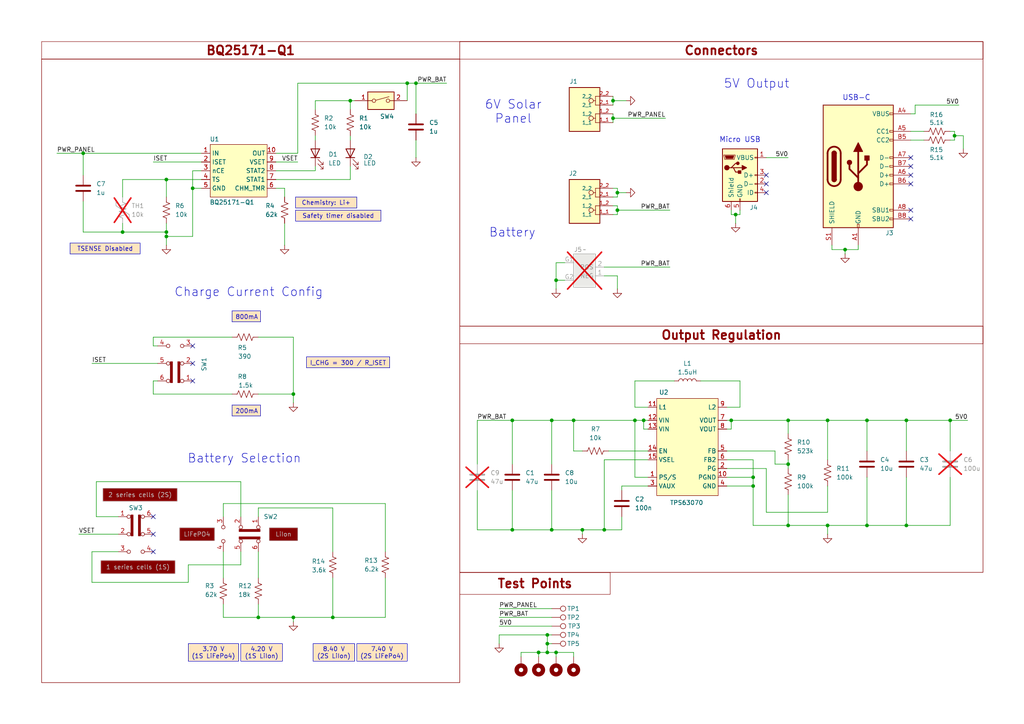
<source format=kicad_sch>
(kicad_sch (version 20250114) (generator "eeschema") (generator_version "9.0")
  (paper "A4")
  (title_block (title "BQ25171-Q1 Solar Charger") (rev "1"))
  (lib_symbols
    (symbol "Connector:TestPoint" (pin_numbers (hide yes)) (pin_names (offset 0.762) (hide yes))
      (property "Reference" "TP" (at 0 6.858 0))
      (property "Value" "TestPoint" (at 0 5.08 0))
      (symbol "TestPoint_1_1"
        (pin passive line (at 0 0 90) (length 2.54) (name "1") (number "1"))
      )
    )
    (symbol "Connector:USB_B_Micro" (pin_names (offset 1.016))
      (property "Reference" "J" (at -5.08 11.43 0))
      (property "Value" "USB_B_Micro" (at -5.08 8.89 0))
      (symbol "USB_B_Micro_1_1"
        (pin passive line (at -2.54 -10.16 90) (length 2.54) (name "Shield") (number "6"))
        (pin power_out line (at 0 -10.16 90) (length 2.54) (name "GND") (number "5"))
        (pin power_out line (at 7.62 5.08 180) (length 2.54) (name "VBUS") (number "1"))
        (pin bidirectional line (at 7.62 0 180) (length 2.54) (name "D+") (number "3"))
        (pin bidirectional line (at 7.62 -2.54 180) (length 2.54) (name "D-") (number "2"))
        (pin passive line (at 7.62 -5.08 180) (length 2.54) (name "ID") (number "4"))
      )
    )
    (symbol "Device:L" (pin_numbers (hide yes)) (pin_names (offset 1.016) (hide yes))
      (property "Reference" "L" (at -1.27 0 90))
      (property "Value" "L" (at 1.905 0 90))
      (symbol "L_1_1"
        (pin passive line (at 0 3.81 270) (length 1.27) (name "1") (number "1"))
        (pin passive line (at 0 -3.81 90) (length 1.27) (name "2") (number "2"))
      )
    )
    (symbol "Device:LED" (pin_numbers (hide yes)) (pin_names (offset 1.016) (hide yes))
      (property "Reference" "D" (at 0 2.54 0))
      (property "Value" "LED" (at 0 -2.54 0))
      (symbol "LED_1_1"
        (pin passive line (at -3.81 0 0) (length 2.54) (name "K") (number "1"))
        (pin passive line (at 3.81 0 180) (length 2.54) (name "A") (number "2"))
      )
    )
    (symbol "Device:Thermistor_US" (pin_numbers (hide yes)) (pin_names (offset 0))
      (property "Reference" "TH" (at 2.54 1.27 90))
      (property "Value" "Thermistor_US" (at -2.54 0 90))
      (symbol "Thermistor_US_1_1"
        (pin passive line (at 0 3.81 270) (length 1.27) (name "~") (number "1"))
        (pin passive line (at 0 -3.81 90) (length 1.27) (name "~") (number "2"))
      )
    )
    (symbol "Mechanical:MountingHole_Pad" (pin_numbers (hide yes)) (pin_names (offset 1.016) (hide yes)) (exclude_from_sim yes) (in_bom no)
      (property "Reference" "H" (at 0 6.35 0))
      (property "Value" "MountingHole_Pad" (at 0 4.445 0))
      (symbol "MountingHole_Pad_1_1"
        (pin input line (at 0 -2.54 90) (length 2.54) (name "1") (number "1"))
      )
    )
    (symbol "Switch:SW_DIP_x01" (pin_names (offset 0) (hide yes))
      (property "Reference" "SW" (at 0 3.81 0))
      (property "Value" "SW_DIP_x01" (at 0 -3.81 0))
      (symbol "SW_DIP_x01_1_1"
        (pin passive line (at -7.62 0 0) (length 5.08) (name "~") (number "1"))
        (pin passive line (at 7.62 0 180) (length 5.08) (name "~") (number "2"))
      )
    )
    (symbol "Switch:SW_Slide_DPDT" (pin_names (offset 0) (hide yes))
      (property "Reference" "SW" (at 0 6.858 0))
      (property "Value" "SW_Slide_DPDT" (at 0 -8.128 0))
      (symbol "SW_Slide_DPDT_1_1"
        (pin passive line (at -5.08 5.08 0) (length 2.54) (name "A") (number "1"))
        (pin passive line (at -5.08 0 0) (length 2.54) (name "B") (number "2"))
        (pin passive line (at -5.08 -5.08 0) (length 2.54) (name "C") (number "3"))
        (pin passive line (at 5.08 5.08 180) (length 2.54) (name "C") (number "6"))
        (pin passive line (at 5.08 0 180) (length 2.54) (name "B") (number "5"))
        (pin passive line (at 5.08 -5.08 180) (length 2.54) (name "A") (number "4"))
      )
    )
    (symbol "power:GND" (power) (pin_numbers (hide yes)) (pin_names (offset 0) (hide yes))
      (property "Value" "GND" (at 0 -3.81 0))
      (symbol "GND_1_1"
        (pin power_in line (at 0 0 270) (length 0) (name "~") (number "1"))
      )
    )
    (symbol "rwh-sensors:1017503" (pin_names (offset 1.016))
      (property "Reference" "J" (at -2.54 6.35 0))
      (property "Value" "1017503" (at -2.54 -10.16 0))
      (symbol "1017503_0_0"
        (pin passive line (at -7.62 2.54 0) (length 5.08) (name "1_1") (number "1_1"))
        (pin passive line (at -7.62 0 0) (length 5.08) (name "1_2") (number "1_2"))
        (pin passive line (at -7.62 -2.54 0) (length 5.08) (name "2_1") (number "2_1"))
        (pin passive line (at -7.62 -5.08 0) (length 5.08) (name "2_2") (number "2_2"))
      )
    )
    (symbol "rwh-sensors:BQ25171-Q1"
      (property "Reference" "U" (at 0.508 1.778 0))
      (property "Value" "BQ25171-Q1" (at 8.128 -16.764 0))
      (symbol "BQ25171-Q1_1_1"
        (pin input line (at -2.54 -2.54 0) (length 2.54) (name "IN") (number "1"))
        (pin input line (at -2.54 -5.08 0) (length 2.54) (name "ISET") (number "2"))
        (pin input line (at -2.54 -7.62 0) (length 2.54) (name "nCE") (number "3"))
        (pin input line (at -2.54 -10.16 0) (length 2.54) (name "TS") (number "4"))
        (pin input line (at -2.54 -12.7 0) (length 2.54) (name "GND") (number "5"))
        (pin output line (at -2.54 -12.7 0) (length 2.54) (hide yes) (name "GND") (number "GND"))
        (pin output line (at 19.05 -2.54 180) (length 2.54) (name "OUT") (number "10"))
        (pin output line (at 19.05 -5.08 180) (length 2.54) (name "VSET") (number "9"))
        (pin output line (at 19.05 -7.62 180) (length 2.54) (name "STAT2") (number "8"))
        (pin output line (at 19.05 -10.16 180) (length 2.54) (name "STAT1") (number "7"))
        (pin input line (at 19.05 -12.7 180) (length 2.54) (name "CHM_TMR") (number "6"))
      )
    )
    (symbol "rwh-sensors:TPS63070"
      (property "Reference" "U" (at 0.508 1.016 0))
      (property "Value" "TPS63070" (at 9.144 -29.464 0))
      (symbol "TPS63070_1_1"
        (pin input line (at -2.54 -2.54 0) (length 2.54) (name "L1") (number "11"))
        (pin input line (at -2.54 -6.35 0) (length 2.54) (name "VIN") (number "12"))
        (pin input line (at -2.54 -8.89 0) (length 2.54) (name "VIN") (number "13"))
        (pin input line (at -2.54 -15.24 0) (length 2.54) (name "EN") (number "14"))
        (pin input line (at -2.54 -17.78 0) (length 2.54) (name "VSEL") (number "15"))
        (pin input line (at -2.54 -22.86 0) (length 2.54) (name "PS/S") (number "1"))
        (pin input line (at -2.54 -25.4 0) (length 2.54) (name "VAUX") (number "3"))
        (pin input line (at 20.32 -2.54 180) (length 2.54) (name "L2") (number "9"))
        (pin input line (at 20.32 -6.35 180) (length 2.54) (name "VOUT") (number "7"))
        (pin input line (at 20.32 -8.89 180) (length 2.54) (name "VOUT") (number "8"))
        (pin input line (at 20.32 -15.24 180) (length 2.54) (name "FB") (number "5"))
        (pin input line (at 20.32 -17.78 180) (length 2.54) (name "FB2") (number "6"))
        (pin input line (at 20.32 -20.32 180) (length 2.54) (name "PG") (number "2"))
        (pin input line (at 20.32 -22.86 180) (length 2.54) (name "PGND") (number "10"))
        (pin input line (at 20.32 -25.4 180) (length 2.54) (name "GND") (number "4"))
      )
    )
    (symbol "symbols:C" (pin_numbers (hide yes)) (pin_names (offset 0.254))
      (property "Reference" "C" (at 0.635 2.54 0))
      (property "Value" "C" (at 0.635 -2.54 0))
      (symbol "C_1_1"
        (pin passive line (at 0 3.81 270) (length 2.794) (name "~") (number "1"))
        (pin passive line (at 0 -3.81 90) (length 2.794) (name "~") (number "2"))
      )
    )
    (symbol "symbols:JST_PH_2POS_BAT"
      (property "Reference" "J" (at 0.508 1.016 0))
      (symbol "JST_PH_2POS_BAT_1_1"
        (pin input line (at -2.54 -2.54 0) (length 2.54) (name "") (number "G1"))
        (pin input line (at -2.54 -7.62 0) (length 2.54) (name "") (number "G2"))
        (pin input line (at 8.89 -3.81 180) (length 2.54) (name "POS") (number "2"))
        (pin input line (at 8.89 -6.35 180) (length 2.54) (name "NEG") (number "1"))
      )
    )
    (symbol "symbols:R" (pin_numbers (hide yes)) (pin_names (offset 0))
      (property "Reference" "R" (at 2.54 0 90))
      (property "Value" "R" (at -2.54 0 90))
      (symbol "R_1_1"
        (pin passive line (at 0 3.81 270) (length 1.27) (name "~") (number "1"))
        (pin passive line (at 0 -3.81 90) (length 1.27) (name "~") (number "2"))
      )
    )
    (symbol "symbols:USB_C_Receptacle_USB2.0_16P" (pin_names (offset 1.016))
      (property "Reference" "J" (at 0 22.225 0))
      (property "Value" "USB_C_Receptacle_USB2.0_16P" (at 0 19.685 0))
      (symbol "USB_C_Receptacle_USB2.0_16P_1_1"
        (pin passive line (at -7.62 -22.86 90) (length 5.08) (name "SHIELD") (number "S1"))
        (pin passive line (at 0 -22.86 90) (length 5.08) (name "GND") (number "A1"))
        (pin passive line (at 0 -22.86 90) (length 5.08) (hide yes) (name "GND") (number "A12"))
        (pin passive line (at 0 -22.86 90) (length 5.08) (hide yes) (name "GND") (number "B1"))
        (pin passive line (at 0 -22.86 90) (length 5.08) (hide yes) (name "GND") (number "B12"))
        (pin passive line (at 15.24 15.24 180) (length 5.08) (name "VBUS") (number "A4"))
        (pin passive line (at 15.24 15.24 180) (length 5.08) (hide yes) (name "VBUS") (number "A9"))
        (pin passive line (at 15.24 15.24 180) (length 5.08) (hide yes) (name "VBUS") (number "B4"))
        (pin passive line (at 15.24 15.24 180) (length 5.08) (hide yes) (name "VBUS") (number "B9"))
        (pin bidirectional line (at 15.24 10.16 180) (length 5.08) (name "CC1") (number "A5"))
        (pin bidirectional line (at 15.24 7.62 180) (length 5.08) (name "CC2") (number "B5"))
        (pin bidirectional line (at 15.24 2.54 180) (length 5.08) (name "D-") (number "A7"))
        (pin bidirectional line (at 15.24 0 180) (length 5.08) (name "D-") (number "B7"))
        (pin bidirectional line (at 15.24 -2.54 180) (length 5.08) (name "D+") (number "A6"))
        (pin bidirectional line (at 15.24 -5.08 180) (length 5.08) (name "D+") (number "B6"))
        (pin bidirectional line (at 15.24 -12.7 180) (length 5.08) (name "SBU1") (number "A8"))
        (pin bidirectional line (at 15.24 -15.24 180) (length 5.08) (name "SBU2") (number "B8"))
      )
    )
  )
  (rectangle (start 133.35 94.615) (end 285.115 166.0067) (stroke (width 0) (color 132 0 0 1)))
  (rectangle (start 12.065 17.145) (end 133.35 197.9816) (stroke (width 0) (color 132 0 0 1)))
  (rectangle (start 133.35 12.065) (end 285.115 94.615) (stroke (width 0) (color 132 0 0 1)))
  (text "Micro USB" (at 214.63 40.64 0) (effects (font (size 1.524 1.524))))
  (text "USB-C" (at 248.412 28.448 0) (effects (font (size 1.524 1.524))))
  (text "Battery" (at 148.59 67.564 0) (effects (font (size 2.54 2.54))))
  (text "Charge Current Config" (at 72.136 84.836 0) (effects (font (size 2.54 2.54))))
  (text "5V Output" (at 219.456 24.384 0) (effects (font (size 2.54 2.54))))
  (text "Battery Selection" (at 70.866 133.096 0) (effects (font (size 2.54 2.54))))
  (text "6V Solar \nPanel " (at 149.86 32.512 0) (effects (font (size 2.54 2.54))))
  (text_box "4.20 V\n(1S LiIon)" (at 69.85 186.69 0) (size 12.065 5.08) (margins 0.9525 0.9525 0.9525 0.9525) (fill (type color) (color 255 229 191 1)) (effects (font (size 1.27 1.27))))
  (text_box "LiFePO4" (at 52.07 153.035 0) (size 10.16 3.81) (margins 0.9525 0.9525 0.9525 0.9525) (stroke (width 0.127) (color 194 194 194 1)) (fill (type color) (color 132 0 0 1)) (effects (font (size 1.27 1.27) (thickness 0.1588))))
  (text_box "BQ25171-Q1" (at 12.065 12.065 0) (size 121.285 5.08) (margins 0.9525 0.9525 0.9525 0.9525) (stroke (width 0.127) (color 132 0 0 1)) (effects (font (size 2.54 2.54) (thickness 0.508) (bold yes))))
  (text_box "200mA" (at 67.31 117.475 0) (size 8.255 3.175) (margins 0.9525 0.9525 0.9525 0.9525) (fill (type color) (color 255 229 191 1)) (effects (font (size 1.27 1.27)) (justify left top)))
  (text_box "7.40 V\n(2S LiFePo4)" (at 103.505 186.69 0) (size 14.605 5.08) (margins 0.9525 0.9525 0.9525 0.9525) (fill (type color) (color 255 229 191 1)) (effects (font (size 1.27 1.27))))
  (text_box "8.40 V\n(2S LiIon)" (at 90.805 186.69 0) (size 12.065 5.08) (margins 0.9525 0.9525 0.9525 0.9525) (fill (type color) (color 255 229 191 1)) (effects (font (size 1.27 1.27))))
  (text_box "TSENSE Disabled" (at 20.32 70.485 0) (size 20.32 3.175) (margins 0.9525 0.9525 0.9525 0.9525) (fill (type color) (color 255 229 191 1)) (effects (font (size 1.27 1.27))))
  (text_box "Chemistry: Li+" (at 85.725 57.15 0) (size 17.78 3.175) (margins 0.9525 0.9525 0.9525 0.9525) (fill (type color) (color 255 229 191 1)) (effects (font (size 1.27 1.27))))
  (text_box "I_CHG = 300 / R_ISET" (at 88.9 103.505 0) (size 24.13 3.175) (margins 0.9525 0.9525 0.9525 0.9525) (fill (type color) (color 255 229 191 1)) (effects (font (size 1.27 1.27)) (justify left top)))
  (text_box "1 series cells (1S)" (at 29.21 162.56 0) (size 21.59 3.81) (margins 0.9525 0.9525 0.9525 0.9525) (stroke (width 0.127) (color 194 194 194 1)) (fill (type color) (color 132 0 0 1)) (effects (font (size 1.27 1.27) (thickness 0.1588))))
  (text_box "800mA" (at 67.31 90.17 0) (size 8.255 3.175) (margins 0.9525 0.9525 0.9525 0.9525) (fill (type color) (color 255 229 191 1)) (effects (font (size 1.27 1.27)) (justify left top)))
  (text_box "2 series cells (2S)" (at 29.845 141.605 0) (size 21.59 3.81) (margins 0.9525 0.9525 0.9525 0.9525) (stroke (width 0.127) (color 194 194 194 1)) (fill (type color) (color 132 0 0 1)) (effects (font (size 1.27 1.27) (thickness 0.1588))))
  (text_box "Test Points" (at 133.35 166.0545 0) (size 43.6247 6.35) (margins 0.9525 0.9525 0.9525 0.9525) (stroke (width 0.127) (color 132 0 0 1)) (effects (font (size 2.54 2.54) (thickness 0.508) (bold yes))))
  (text_box "LiIon" (at 78.105 153.035 0) (size 8.255 3.81) (margins 0.9525 0.9525 0.9525 0.9525) (stroke (width 0.127) (color 194 194 194 1)) (fill (type color) (color 132 0 0 1)) (effects (font (size 1.27 1.27) (thickness 0.1588))))
  (text_box "Connectors" (at 133.35 12.065 0) (size 151.765 5.08) (margins 0.9525 0.9525 0.9525 0.9525) (stroke (width 0.127) (color 132 0 0 1)) (effects (font (size 2.54 2.54) (thickness 0.508) (bold yes))))
  (text_box "3.70 V\n(1S LiFePo4)" (at 54.61 186.69 0) (size 14.605 5.08) (margins 0.9525 0.9525 0.9525 0.9525) (fill (type color) (color 255 229 191 1)) (effects (font (size 1.27 1.27))))
  (text_box "Safety timer disabled" (at 85.725 60.96 0) (size 24.765 3.175) (margins 0.9525 0.9525 0.9525 0.9525) (fill (type color) (color 255 229 191 1)) (effects (font (size 1.27 1.27))))
  (text_box "Output Regulation" (at 133.35 94.615 0) (size 151.765 5.08) (margins 0.9525 0.9525 0.9525 0.9525) (stroke (width 0.127) (color 132 0 0 1)) (effects (font (size 2.54 2.54) (thickness 0.508) (bold yes))))
  (junction (at 148.59 121.92))
  (junction (at 228.6 121.92))
  (junction (at 262.89 152.4))
  (junction (at 179.07 55.88))
  (junction (at 158.75 184.15))
  (junction (at 240.03 152.4))
  (junction (at 218.44 138.43))
  (junction (at 148.59 153.67))
  (junction (at 184.15 121.92))
  (junction (at 212.09 121.92))
  (junction (at 245.11 72.39))
  (junction (at 48.26 67.31))
  (junction (at 240.03 121.92))
  (junction (at 177.8 34.29))
  (junction (at 166.37 121.92))
  (junction (at 186.69 121.92))
  (junction (at 35.56 67.31))
  (junction (at 48.26 68.58))
  (junction (at 161.29 81.28))
  (junction (at 158.75 186.69))
  (junction (at 251.46 152.4))
  (junction (at 276.86 39.37))
  (junction (at 85.09 179.07))
  (junction (at 161.29 189.23))
  (junction (at 96.52 179.07))
  (junction (at 48.26 52.07))
  (junction (at 160.02 153.67))
  (junction (at 156.21 189.23))
  (junction (at 213.36 62.23))
  (junction (at 228.6 134.62))
  (junction (at 177.8 29.21))
  (junction (at 158.75 189.23))
  (junction (at 251.46 121.92))
  (junction (at 101.6 29.21))
  (junction (at 179.07 60.96))
  (junction (at 175.26 153.67))
  (junction (at 228.6 152.4))
  (junction (at 262.89 121.92))
  (junction (at 160.02 121.92))
  (junction (at 120.65 24.13))
  (junction (at 118.11 24.13))
  (junction (at 218.44 140.97))
  (junction (at 275.59 121.92))
  (junction (at 55.88 54.61))
  (junction (at 74.93 179.07))
  (junction (at 168.91 153.67))
  (junction (at 85.09 114.3))
  (junction (at 24.13 44.45))
  (no_connect (at 222.25 50.8))
  (no_connect (at 44.45 154.94))
  (no_connect (at 264.16 53.34))
  (no_connect (at 55.88 110.49))
  (no_connect (at 264.16 50.8))
  (no_connect (at 44.45 149.86))
  (no_connect (at 44.45 160.02))
  (no_connect (at 55.88 105.41))
  (no_connect (at 264.16 48.26))
  (no_connect (at 264.16 60.96))
  (no_connect (at 55.88 100.33))
  (no_connect (at 222.25 53.34))
  (no_connect (at 264.16 63.5))
  (no_connect (at 264.16 45.72))
  (no_connect (at 222.25 55.88))
  (wire (pts (xy 160.02 186.69) (xy 158.75 186.69)))
  (wire (pts (xy 160.02 134.62) (xy 160.02 121.92)))
  (wire (pts (xy 262.89 152.4) (xy 275.59 152.4)))
  (wire (pts (xy 24.13 44.45) (xy 24.13 50.8)))
  (wire (pts (xy 74.93 149.86) (xy 74.93 147.32)))
  (wire (pts (xy 195.58 110.49) (xy 184.15 110.49)))
  (wire (pts (xy 224.79 134.62) (xy 228.6 134.62)))
  (wire (pts (xy 240.03 148.59) (xy 240.03 140.97)))
  (wire (pts (xy 210.82 140.97) (xy 218.44 140.97)))
  (wire (pts (xy 180.34 142.24) (xy 180.34 140.97)))
  (wire (pts (xy 180.34 149.86) (xy 180.34 153.67)))
  (wire (pts (xy 160.02 121.92) (xy 166.37 121.92)))
  (wire (pts (xy 91.44 29.21) (xy 101.6 29.21)))
  (wire (pts (xy 158.75 189.23) (xy 158.75 186.69)))
  (wire (pts (xy 228.6 133.35) (xy 228.6 134.62)))
  (wire (pts (xy 160.02 142.24) (xy 160.02 153.67)))
  (wire (pts (xy 179.07 60.96) (xy 194.31 60.96)))
  (wire (pts (xy 276.86 40.64) (xy 275.59 40.64)))
  (wire (pts (xy 214.63 110.49) (xy 203.2 110.49)))
  (wire (pts (xy 180.34 153.67) (xy 175.26 153.67)))
  (wire (pts (xy 276.86 39.37) (xy 276.86 40.64)))
  (wire (pts (xy 148.59 121.92) (xy 148.59 134.62)))
  (wire (pts (xy 64.77 179.07) (xy 74.93 179.07)))
  (wire (pts (xy 168.91 130.81) (xy 166.37 130.81)))
  (wire (pts (xy 85.09 179.07) (xy 96.52 179.07)))
  (wire (pts (xy 156.21 190.5) (xy 156.21 189.23)))
  (wire (pts (xy 44.45 110.49) (xy 44.45 114.3)))
  (wire (pts (xy 265.43 30.48) (xy 265.43 33.02)))
  (wire (pts (xy 210.82 138.43) (xy 218.44 138.43)))
  (wire (pts (xy 187.96 138.43) (xy 184.15 138.43)))
  (wire (pts (xy 85.09 116.84) (xy 85.09 114.3)))
  (wire (pts (xy 118.11 24.13) (xy 118.11 29.21)))
  (wire (pts (xy 218.44 140.97) (xy 218.44 152.4)))
  (wire (pts (xy 64.77 149.86) (xy 64.77 146.05)))
  (wire (pts (xy 74.93 114.3) (xy 85.09 114.3)))
  (wire (pts (xy 275.59 38.1) (xy 276.86 38.1)))
  (wire (pts (xy 118.11 24.13) (xy 120.65 24.13)))
  (wire (pts (xy 16.51 44.45) (xy 24.13 44.45)))
  (wire (pts (xy 279.4 39.37) (xy 276.86 39.37)))
  (wire (pts (xy 245.11 72.39) (xy 245.11 73.66)))
  (wire (pts (xy 35.56 57.15) (xy 35.56 52.07)))
  (wire (pts (xy 228.6 134.62) (xy 228.6 135.89)))
  (wire (pts (xy 69.85 139.7) (xy 69.85 149.86)))
  (wire (pts (xy 228.6 121.92) (xy 228.6 125.73)))
  (wire (pts (xy 148.59 142.24) (xy 148.59 153.67)))
  (wire (pts (xy 86.36 24.13) (xy 86.36 44.45)))
  (wire (pts (xy 278.13 30.48) (xy 265.43 30.48)))
  (wire (pts (xy 186.69 124.46) (xy 186.69 121.92)))
  (wire (pts (xy 251.46 121.92) (xy 262.89 121.92)))
  (wire (pts (xy 80.01 44.45) (xy 86.36 44.45)))
  (wire (pts (xy 177.8 34.29) (xy 177.8 35.56)))
  (wire (pts (xy 101.6 39.37) (xy 101.6 40.64)))
  (wire (pts (xy 111.76 167.64) (xy 111.76 179.07)))
  (wire (pts (xy 245.11 72.39) (xy 248.92 72.39)))
  (wire (pts (xy 48.26 52.07) (xy 48.26 57.15)))
  (wire (pts (xy 212.09 62.23) (xy 213.36 62.23)))
  (wire (pts (xy 210.82 121.92) (xy 212.09 121.92)))
  (wire (pts (xy 276.86 38.1) (xy 276.86 39.37)))
  (wire (pts (xy 248.92 71.12) (xy 248.92 72.39)))
  (wire (pts (xy 160.02 153.67) (xy 168.91 153.67)))
  (wire (pts (xy 58.42 49.53) (xy 55.88 49.53)))
  (wire (pts (xy 163.83 81.28) (xy 161.29 81.28)))
  (wire (pts (xy 264.16 40.64) (xy 267.97 40.64)))
  (wire (pts (xy 240.03 121.92) (xy 251.46 121.92)))
  (wire (pts (xy 96.52 179.07) (xy 111.76 179.07)))
  (wire (pts (xy 251.46 152.4) (xy 262.89 152.4)))
  (wire (pts (xy 218.44 138.43) (xy 218.44 140.97)))
  (wire (pts (xy 120.65 40.64) (xy 120.65 45.72)))
  (wire (pts (xy 74.93 147.32) (xy 96.52 147.32)))
  (wire (pts (xy 54.61 163.83) (xy 69.85 163.83)))
  (wire (pts (xy 180.34 140.97) (xy 187.96 140.97)))
  (wire (pts (xy 74.93 160.02) (xy 74.93 167.64)))
  (wire (pts (xy 26.67 105.41) (xy 45.72 105.41)))
  (wire (pts (xy 64.77 160.02) (xy 64.77 167.64)))
  (wire (pts (xy 179.07 60.96) (xy 179.07 62.23)))
  (wire (pts (xy 186.69 121.92) (xy 187.96 121.92)))
  (wire (pts (xy 48.26 67.31) (xy 48.26 68.58)))
  (wire (pts (xy 264.16 38.1) (xy 267.97 38.1)))
  (wire (pts (xy 168.91 153.67) (xy 175.26 153.67)))
  (wire (pts (xy 34.29 149.86) (xy 27.94 149.86)))
  (wire (pts (xy 35.56 67.31) (xy 48.26 67.31)))
  (wire (pts (xy 101.6 29.21) (xy 102.87 29.21)))
  (wire (pts (xy 148.59 121.92) (xy 160.02 121.92)))
  (wire (pts (xy 26.67 160.02) (xy 26.67 168.91)))
  (wire (pts (xy 262.89 121.92) (xy 275.59 121.92)))
  (wire (pts (xy 44.45 97.79) (xy 67.31 97.79)))
  (wire (pts (xy 179.07 55.88) (xy 179.07 57.15)))
  (wire (pts (xy 224.79 130.81) (xy 224.79 134.62)))
  (wire (pts (xy 35.56 52.07) (xy 48.26 52.07)))
  (wire (pts (xy 218.44 133.35) (xy 218.44 138.43)))
  (wire (pts (xy 111.76 146.05) (xy 111.76 160.02)))
  (wire (pts (xy 179.07 62.23) (xy 177.8 62.23)))
  (wire (pts (xy 177.8 29.21) (xy 181.61 29.21)))
  (wire (pts (xy 144.78 181.61) (xy 160.02 181.61)))
  (wire (pts (xy 175.26 133.35) (xy 175.26 153.67)))
  (wire (pts (xy 161.29 76.2) (xy 161.29 81.28)))
  (wire (pts (xy 158.75 186.69) (xy 158.75 184.15)))
  (wire (pts (xy 44.45 97.79) (xy 44.45 100.33)))
  (wire (pts (xy 44.45 114.3) (xy 67.31 114.3)))
  (wire (pts (xy 187.96 133.35) (xy 175.26 133.35)))
  (wire (pts (xy 210.82 130.81) (xy 224.79 130.81)))
  (wire (pts (xy 151.13 190.5) (xy 151.13 189.23)))
  (wire (pts (xy 177.8 33.02) (xy 177.8 34.29)))
  (wire (pts (xy 91.44 39.37) (xy 91.44 40.64)))
  (wire (pts (xy 177.8 29.21) (xy 177.8 30.48)))
  (wire (pts (xy 175.26 77.47) (xy 194.31 77.47)))
  (wire (pts (xy 187.96 124.46) (xy 186.69 124.46)))
  (wire (pts (xy 74.93 97.79) (xy 85.09 97.79)))
  (wire (pts (xy 34.29 160.02) (xy 26.67 160.02)))
  (wire (pts (xy 156.21 189.23) (xy 158.75 189.23)))
  (wire (pts (xy 177.8 34.29) (xy 193.04 34.29)))
  (wire (pts (xy 74.93 179.07) (xy 85.09 179.07)))
  (wire (pts (xy 138.43 134.62) (xy 138.43 121.92)))
  (wire (pts (xy 96.52 167.64) (xy 96.52 179.07)))
  (wire (pts (xy 85.09 179.07) (xy 85.09 180.34)))
  (wire (pts (xy 26.67 168.91) (xy 54.61 168.91)))
  (wire (pts (xy 161.29 81.28) (xy 161.29 83.82)))
  (wire (pts (xy 179.07 80.01) (xy 179.07 83.82)))
  (wire (pts (xy 214.63 60.96) (xy 214.63 62.23)))
  (wire (pts (xy 212.09 124.46) (xy 212.09 121.92)))
  (wire (pts (xy 86.36 24.13) (xy 118.11 24.13)))
  (wire (pts (xy 240.03 152.4) (xy 240.03 154.94)))
  (wire (pts (xy 144.78 184.15) (xy 144.78 186.69)))
  (wire (pts (xy 222.25 135.89) (xy 222.25 148.59)))
  (wire (pts (xy 212.09 121.92) (xy 228.6 121.92)))
  (wire (pts (xy 64.77 146.05) (xy 111.76 146.05)))
  (wire (pts (xy 55.88 49.53) (xy 55.88 54.61)))
  (wire (pts (xy 251.46 130.81) (xy 251.46 121.92)))
  (wire (pts (xy 214.63 118.11) (xy 214.63 110.49)))
  (wire (pts (xy 144.78 176.53) (xy 160.02 176.53)))
  (wire (pts (xy 96.52 147.32) (xy 96.52 160.02)))
  (wire (pts (xy 262.89 121.92) (xy 262.89 130.81)))
  (wire (pts (xy 160.02 184.15) (xy 158.75 184.15)))
  (wire (pts (xy 144.78 184.15) (xy 158.75 184.15)))
  (wire (pts (xy 210.82 133.35) (xy 218.44 133.35)))
  (wire (pts (xy 177.8 27.94) (xy 177.8 29.21)))
  (wire (pts (xy 179.07 59.69) (xy 179.07 60.96)))
  (wire (pts (xy 240.03 121.92) (xy 240.03 133.35)))
  (wire (pts (xy 158.75 189.23) (xy 161.29 189.23)))
  (wire (pts (xy 148.59 153.67) (xy 160.02 153.67)))
  (wire (pts (xy 24.13 67.31) (xy 35.56 67.31)))
  (wire (pts (xy 166.37 121.92) (xy 166.37 130.81)))
  (wire (pts (xy 85.09 97.79) (xy 85.09 114.3)))
  (wire (pts (xy 91.44 48.26) (xy 91.44 49.53)))
  (wire (pts (xy 184.15 121.92) (xy 186.69 121.92)))
  (wire (pts (xy 213.36 62.23) (xy 213.36 64.77)))
  (wire (pts (xy 48.26 68.58) (xy 48.26 71.12)))
  (wire (pts (xy 168.91 153.67) (xy 168.91 154.94)))
  (wire (pts (xy 179.07 54.61) (xy 179.07 55.88)))
  (wire (pts (xy 69.85 160.02) (xy 69.85 163.83)))
  (wire (pts (xy 120.65 24.13) (xy 120.65 33.02)))
  (wire (pts (xy 262.89 138.43) (xy 262.89 152.4)))
  (wire (pts (xy 144.78 179.07) (xy 160.02 179.07)))
  (wire (pts (xy 275.59 138.43) (xy 275.59 152.4)))
  (wire (pts (xy 27.94 139.7) (xy 69.85 139.7)))
  (wire (pts (xy 138.43 121.92) (xy 148.59 121.92)))
  (wire (pts (xy 151.13 189.23) (xy 156.21 189.23)))
  (wire (pts (xy 228.6 121.92) (xy 240.03 121.92)))
  (wire (pts (xy 24.13 58.42) (xy 24.13 67.31)))
  (wire (pts (xy 35.56 64.77) (xy 35.56 67.31)))
  (wire (pts (xy 166.37 190.5) (xy 166.37 189.23)))
  (wire (pts (xy 74.93 175.26) (xy 74.93 179.07)))
  (wire (pts (xy 279.4 43.18) (xy 279.4 39.37)))
  (wire (pts (xy 265.43 33.02) (xy 264.16 33.02)))
  (wire (pts (xy 222.25 148.59) (xy 240.03 148.59)))
  (wire (pts (xy 91.44 29.21) (xy 91.44 31.75)))
  (wire (pts (xy 55.88 54.61) (xy 55.88 68.58)))
  (wire (pts (xy 82.55 64.77) (xy 82.55 71.12)))
  (wire (pts (xy 24.13 44.45) (xy 58.42 44.45)))
  (wire (pts (xy 86.36 46.99) (xy 80.01 46.99)))
  (wire (pts (xy 240.03 152.4) (xy 228.6 152.4)))
  (wire (pts (xy 218.44 152.4) (xy 228.6 152.4)))
  (wire (pts (xy 241.3 72.39) (xy 245.11 72.39)))
  (wire (pts (xy 44.45 46.99) (xy 58.42 46.99)))
  (wire (pts (xy 64.77 175.26) (xy 64.77 179.07)))
  (wire (pts (xy 228.6 143.51) (xy 228.6 152.4)))
  (wire (pts (xy 228.6 45.72) (xy 222.25 45.72)))
  (wire (pts (xy 161.29 190.5) (xy 161.29 189.23)))
  (wire (pts (xy 166.37 121.92) (xy 184.15 121.92)))
  (wire (pts (xy 184.15 110.49) (xy 184.15 118.11)))
  (wire (pts (xy 177.8 59.69) (xy 179.07 59.69)))
  (wire (pts (xy 179.07 55.88) (xy 181.61 55.88)))
  (wire (pts (xy 45.72 110.49) (xy 44.45 110.49)))
  (wire (pts (xy 184.15 138.43) (xy 184.15 121.92)))
  (wire (pts (xy 138.43 142.24) (xy 138.43 153.67)))
  (wire (pts (xy 161.29 189.23) (xy 166.37 189.23)))
  (wire (pts (xy 210.82 135.89) (xy 222.25 135.89)))
  (wire (pts (xy 214.63 62.23) (xy 213.36 62.23)))
  (wire (pts (xy 80.01 49.53) (xy 91.44 49.53)))
  (wire (pts (xy 138.43 153.67) (xy 148.59 153.67)))
  (wire (pts (xy 241.3 71.12) (xy 241.3 72.39)))
  (wire (pts (xy 251.46 138.43) (xy 251.46 152.4)))
  (wire (pts (xy 240.03 152.4) (xy 251.46 152.4)))
  (wire (pts (xy 275.59 130.81) (xy 275.59 121.92)))
  (wire (pts (xy 275.59 121.92) (xy 280.67 121.92)))
  (wire (pts (xy 120.65 24.13) (xy 129.54 24.13)))
  (wire (pts (xy 22.86 154.94) (xy 34.29 154.94)))
  (wire (pts (xy 48.26 64.77) (xy 48.26 67.31)))
  (wire (pts (xy 55.88 68.58) (xy 48.26 68.58)))
  (wire (pts (xy 82.55 54.61) (xy 80.01 54.61)))
  (wire (pts (xy 179.07 57.15) (xy 177.8 57.15)))
  (wire (pts (xy 55.88 54.61) (xy 58.42 54.61)))
  (wire (pts (xy 101.6 52.07) (xy 101.6 48.26)))
  (wire (pts (xy 212.09 60.96) (xy 212.09 62.23)))
  (wire (pts (xy 176.53 130.81) (xy 187.96 130.81)))
  (wire (pts (xy 27.94 149.86) (xy 27.94 139.7)))
  (wire (pts (xy 210.82 118.11) (xy 214.63 118.11)))
  (wire (pts (xy 210.82 124.46) (xy 212.09 124.46)))
  (wire (pts (xy 184.15 118.11) (xy 187.96 118.11)))
  (wire (pts (xy 54.61 168.91) (xy 54.61 163.83)))
  (wire (pts (xy 101.6 29.21) (xy 101.6 31.75)))
  (wire (pts (xy 82.55 57.15) (xy 82.55 54.61)))
  (wire (pts (xy 177.8 54.61) (xy 179.07 54.61)))
  (wire (pts (xy 175.26 80.01) (xy 179.07 80.01)))
  (wire (pts (xy 44.45 100.33) (xy 45.72 100.33)))
  (wire (pts (xy 48.26 52.07) (xy 58.42 52.07)))
  (wire (pts (xy 163.83 76.2) (xy 161.29 76.2)))
  (wire (pts (xy 80.01 52.07) (xy 101.6 52.07)))
  (label "PWR_BAT" (at 138.43 121.92 0))
  (label "PWR_PANEL" (at 16.51 44.45 0))
  (label "5V0" (at 280.67 121.92 180))
  (label "ISET" (at 26.67 105.41 0))
  (label "PWR_BAT" (at 194.31 77.47 180))
  (label "PWR_PANEL" (at 144.78 176.53 0))
  (label "5V0" (at 228.6 45.72 180))
  (label "PWR_BAT" (at 144.78 179.07 0))
  (label "ISET" (at 44.45 46.99 0))
  (label "5V0" (at 144.78 181.61 0))
  (label "PWR_BAT" (at 194.31 60.96 180))
  (label "VSET" (at 22.86 154.94 0))
  (label "PWR_PANEL" (at 193.04 34.29 180))
  (label "VSET" (at 86.36 46.99 180))
  (label "PWR_BAT" (at 129.54 24.13 180))
  (label "5V0" (at 278.13 30.48 180))
  (symbol (lib_id "rwh-sensors:1017503") (at 170.18 33.02 180) (unit 1)
    (property "Reference" "J1" (at 166.37 23.622 0))
    (property "Value" "1017503" (effects (hide yes)))
    (property "Footprint" "rwh-sensors:PHOENIX_1017503" (effects (hide yes)))
    (property "PARTREV" "22.12.2017" (effects (hide yes)))
    (property "MANUFACTURER" "Phoenix Contact" (effects (hide yes)))
    (property "MAXIMUM_PACKAGE_HEIGHT" "19.2mm" (effects (hide yes)))
    (property "STANDARD" "Manufacturer Recommendations" (effects (hide yes)))
  )
  (symbol (lib_id "symbols:C") (at 180.34 146.05 180) (unit 1)
    (property "Reference" "C2" (at 184.15 144.7799 0) (effects (justify right)))
    (property "Value" "100n" (at 184.15 147.3199 0) (effects (justify right)))
    (property "Footprint" "Capacitor_SMD:C_0603_1608Metric_Pad1.08x0.95mm_HandSolder" (effects (hide yes)))
    (property "Description" "Unpolarized capacitor" (effects (hide yes)))
  )
  (symbol (lib_id "power:GND") (at 168.91 154.94 0) (unit 1)
    (property "Reference" "#PWR03" (effects (hide yes)))
    (property "Value" "GND" (effects (hide yes)))
    (property "Description" "Power symbol creates a global label with name \"GND\" , ground" (effects (hide yes)))
  )
  (symbol (lib_id "symbols:R") (at 271.78 40.64 90) (unit 1)
    (property "Reference" "R15" (at 273.558 43.434 90) (effects (justify left)))
    (property "Value" "5.1k" (at 273.812 45.72 90) (effects (justify left)))
    (property "Footprint" "Resistor_SMD:R_0603_1608Metric_Pad0.98x0.95mm_HandSolder" (effects (hide yes)))
    (property "Description" "Resistor, US symbol" (effects (hide yes)))
  )
  (symbol (lib_id "power:GND") (at 179.07 83.82 0) (unit 1)
    (property "Reference" "#PWR013" (effects (hide yes)))
    (property "Value" "GND" (effects (hide yes)))
    (property "Description" "Power symbol creates a global label with name \"GND\" , ground" (effects (hide yes)))
  )
  (symbol (lib_id "symbols:C") (at 251.46 134.62 180) (unit 1)
    (property "Reference" "C4" (at 255.27 133.3499 0) (effects (justify right)))
    (property "Value" "10u" (at 255.27 135.8899 0) (effects (justify right)))
    (property "Footprint" "Capacitor_SMD:C_0603_1608Metric_Pad1.08x0.95mm_HandSolder" (effects (hide yes)))
    (property "Description" "Unpolarized capacitor" (effects (hide yes)))
  )
  (symbol (lib_id "Switch:SW_DIP_x01") (at 110.49 29.21 0) (unit 1)
    (property "Reference" "SW4" (at 114.3 33.782 0) (effects (justify right)))
    (property "Value" "SW_DIP_x01" (effects (hide yes)))
    (property "Footprint" "rwh-sensors:JLC_DongGuan_DSIC01LSGET" (effects (hide yes)))
    (property "Description" "1x DIP Switch, Single Pole Single Throw (SPST) switch, small symbol" (effects (hide yes)))
  )
  (symbol (lib_id "Connector:USB_B_Micro") (at 214.63 50.8 0) (unit 1)
    (property "Reference" "J4" (at 217.424 60.198 0) (effects (justify left)))
    (property "Value" "USB_B_Micro" (effects (hide yes)))
    (property "Footprint" "Connector_USB:USB_Micro-B_Amphenol_10118193-0002LF_Horizontal" (effects (hide yes)))
    (property "Description" "USB Micro Type B connector" (effects (hide yes)))
    (property "MPN" "10118193-0002LF" (effects (hide yes)))
  )
  (symbol (lib_id "Device:LED") (at 91.44 44.45 90) (unit 1)
    (property "Reference" "D1" (at 95.25 44.7674 90) (effects (justify right)))
    (property "Value" "LED" (at 95.25 47.3074 90) (effects (justify right)))
    (property "Footprint" "LED_SMD:LED_0603_1608Metric" (effects (hide yes)))
    (property "Description" "Light emitting diode" (effects (hide yes)))
    (property "Sim.Pins" "1=K 2=A" (effects (hide yes)))
  )
  (symbol (lib_id "symbols:R") (at 91.44 35.56 180) (unit 1)
    (property "Reference" "R2" (at 93.98 34.2899 0) (effects (justify right)))
    (property "Value" "10k" (at 93.98 36.8299 0) (effects (justify right)))
    (property "Footprint" "Resistor_SMD:R_0603_1608Metric_Pad0.98x0.95mm_HandSolder" (effects (hide yes)))
    (property "Description" "Resistor, US symbol" (effects (hide yes)))
  )
  (symbol (lib_id "symbols:USB_C_Receptacle_USB2.0_16P") (at 248.92 48.26 0) (unit 1)
    (property "Reference" "J3" (at 256.794 67.564 0) (effects (justify left)))
    (property "Value" "USB_C_Receptacle_USB2.0_16P" (effects (hide yes)))
    (property "Footprint" "Connector_USB:USB_C_Receptacle_XKB_U262-16XN-4BVC11" (effects (hide yes)))
    (property "Datasheet" "https://www.usb.org/sites/default/files/documents/usb_type-c.zip" (effects (hide yes)))
    (property "Description" "USB 2.0-only 16P Type-C Receptacle connector" (effects (hide yes)))
    (property "MPN" "12401610E4" (effects (hide yes)))
  )
  (symbol (lib_id "Switch:SW_Slide_DPDT") (at 50.8 105.41 180) (unit 1)
    (property "Reference" "SW1" (at 59.182 107.696 90) (effects (justify right)))
    (property "Value" "SW_Slide_DPDT" (effects (hide yes)))
    (property "Footprint" "rwh-sensors:JLC_SHOU-HAN_MST22D18G2" (effects (hide yes)))
    (property "Description" "Slide Switch, dual pole double throw" (effects (hide yes)))
    (property "MPN" "MST22D18G2" (effects (hide yes)))
  )
  (symbol (lib_id "power:GND") (at 245.11 73.66 0) (unit 1)
    (property "Reference" "#PWR09" (effects (hide yes)))
    (property "Value" "GND" (effects (hide yes)))
    (property "Description" "Power symbol creates a global label with name \"GND\" , ground" (effects (hide yes)))
  )
  (symbol (lib_id "symbols:R") (at 64.77 171.45 180) (unit 1)
    (property "Reference" "R3" (at 59.436 169.926 0) (effects (justify right)))
    (property "Value" "62k" (at 59.436 172.466 0) (effects (justify right)))
    (property "Footprint" "Resistor_SMD:R_0603_1608Metric_Pad0.98x0.95mm_HandSolder" (effects (hide yes)))
    (property "Description" "Resistor, US symbol" (effects (hide yes)))
    (property "Tolerance" "1%" (effects (hide yes)))
  )
  (symbol (lib_id "symbols:R") (at 71.12 97.79 270) (unit 1)
    (property "Reference" "R5" (at 71.628 100.838 90) (effects (justify right)))
    (property "Value" "390" (at 72.898 103.378 90) (effects (justify right)))
    (property "Footprint" "Resistor_SMD:R_0603_1608Metric_Pad0.98x0.95mm_HandSolder" (effects (hide yes)))
    (property "Description" "Resistor, US symbol" (effects (hide yes)))
  )
  (symbol (lib_id "symbols:R") (at 240.03 137.16 180) (unit 1)
    (property "Reference" "R11" (at 242.57 135.8899 0) (effects (justify right)))
    (property "Value" "100k" (at 242.57 138.4299 0) (effects (justify right)))
    (property "Footprint" "Resistor_SMD:R_0603_1608Metric_Pad0.98x0.95mm_HandSolder" (effects (hide yes)))
    (property "Description" "Resistor, US symbol" (effects (hide yes)))
  )
  (symbol (lib_id "power:GND") (at 144.78 186.69 0) (unit 1)
    (property "Reference" "#PWR012" (effects (hide yes)))
    (property "Value" "GND" (effects (hide yes)))
    (property "Description" "Power symbol creates a global label with name \"GND\" , ground" (effects (hide yes)))
  )
  (symbol (lib_id "symbols:C") (at 24.13 54.61 180) (unit 1)
    (property "Reference" "C7" (at 27.94 53.3399 0) (effects (justify right)))
    (property "Value" "1u" (at 27.94 55.8799 0) (effects (justify right)))
    (property "Footprint" "Capacitor_SMD:C_0603_1608Metric_Pad1.08x0.95mm_HandSolder" (effects (hide yes)))
    (property "Description" "Unpolarized capacitor" (effects (hide yes)))
  )
  (symbol (lib_id "Connector:TestPoint") (at 160.02 181.61 270) (unit 1)
    (property "Reference" "TP3" (at 168.402 181.61 90) (effects (justify right)))
    (property "Value" "TestPoint" (effects (hide yes)))
    (property "Footprint" "TestPoint:TestPoint_Keystone_5000-5004_Miniature" (effects (hide yes)))
    (property "Description" "test point" (effects (hide yes)))
  )
  (symbol (lib_id "power:GND") (at 213.36 64.77 0) (unit 1)
    (property "Reference" "#PWR011" (effects (hide yes)))
    (property "Value" "GND" (effects (hide yes)))
    (property "Description" "Power symbol creates a global label with name \"GND\" , ground" (effects (hide yes)))
  )
  (symbol (lib_id "symbols:R") (at 172.72 130.81 270) (unit 1)
    (property "Reference" "R7" (at 172.72 124.46 90))
    (property "Value" "10k" (at 172.72 127 90))
    (property "Footprint" "Resistor_SMD:R_0603_1608Metric_Pad0.98x0.95mm_HandSolder" (effects (hide yes)))
    (property "Description" "Resistor, US symbol" (effects (hide yes)))
  )
  (symbol (lib_id "power:GND") (at 240.03 154.94 0) (unit 1)
    (property "Reference" "#PWR04" (effects (hide yes)))
    (property "Value" "GND" (effects (hide yes)))
    (property "Description" "Power symbol creates a global label with name \"GND\" , ground" (effects (hide yes)))
  )
  (symbol (lib_id "Device:Thermistor_US") (at 35.56 60.96 0) (unit 1) (dnp yes)
    (property "Reference" "TH1" (at 38.1 59.6899 0) (effects (justify left)))
    (property "Value" "10k" (at 38.1 62.2299 0) (effects (justify left)))
    (property "Footprint" "Resistor_THT:R_Axial_DIN0204_L3.6mm_D1.6mm_P2.54mm_Vertical" (effects (hide yes)))
    (property "Description" "Thermistor, temperature dependent resistor, US symbol" (effects (hide yes)))
    (property "MPN" "103AT-4" (effects (hide yes)))
  )
  (symbol (lib_id "symbols:R") (at 228.6 139.7 0) (unit 1)
    (property "Reference" "R9" (at 231.14 138.4299 0) (effects (justify left)))
    (property "Value" "100k" (at 231.14 140.9699 0) (effects (justify left)))
    (property "Footprint" "Resistor_SMD:R_0603_1608Metric_Pad0.98x0.95mm_HandSolder" (effects (hide yes)))
    (property "Description" "Resistor, US symbol" (effects (hide yes)))
  )
  (symbol (lib_id "power:GND") (at 48.26 71.12 0) (unit 1)
    (property "Reference" "#PWR02" (effects (hide yes)))
    (property "Value" "GND" (effects (hide yes)))
    (property "Description" "Power symbol creates a global label with name \"GND\" , ground" (effects (hide yes)))
  )
  (symbol (lib_id "symbols:R") (at 71.12 114.3 270) (unit 1)
    (property "Reference" "R8" (at 71.628 109.22 90) (effects (justify right)))
    (property "Value" "1.5k" (at 73.406 111.76 90) (effects (justify right)))
    (property "Footprint" "Resistor_SMD:R_0603_1608Metric_Pad0.98x0.95mm_HandSolder" (effects (hide yes)))
    (property "Description" "Resistor, US symbol" (effects (hide yes)))
  )
  (symbol (lib_id "Device:LED") (at 101.6 44.45 90) (unit 1)
    (property "Reference" "D2" (at 105.41 45.466 90) (effects (justify right)))
    (property "Value" "LED" (at 105.41 47.3074 90) (effects (justify right)))
    (property "Footprint" "LED_SMD:LED_0603_1608Metric" (effects (hide yes)))
    (property "Description" "Light emitting diode" (effects (hide yes)))
    (property "Sim.Pins" "1=K 2=A" (effects (hide yes)))
  )
  (symbol (lib_id "symbols:C") (at 262.89 134.62 180) (unit 1)
    (property "Reference" "C3" (at 266.7 133.3499 0) (effects (justify right)))
    (property "Value" "47u" (at 266.7 135.8899 0) (effects (justify right)))
    (property "Footprint" "Capacitor_SMD:C_1210_3225Metric_Pad1.33x2.70mm_HandSolder" (effects (hide yes)))
    (property "Description" "Unpolarized capacitor" (effects (hide yes)))
  )
  (symbol (lib_id "symbols:R") (at 101.6 35.56 180) (unit 1)
    (property "Reference" "R1" (at 104.14 34.2899 0) (effects (justify right)))
    (property "Value" "10k" (at 104.14 36.8299 0) (effects (justify right)))
    (property "Footprint" "Resistor_SMD:R_0603_1608Metric_Pad0.98x0.95mm_HandSolder" (effects (hide yes)))
    (property "Description" "Resistor, US symbol" (effects (hide yes)))
  )
  (symbol (lib_id "power:GND") (at 85.09 116.84 0) (unit 1)
    (property "Reference" "#PWR05" (effects (hide yes)))
    (property "Value" "GND" (effects (hide yes)))
    (property "Description" "Power symbol creates a global label with name \"GND\" , ground" (effects (hide yes)))
  )
  (symbol (lib_id "rwh-sensors:TPS63070") (at 190.5 115.57 0) (unit 1)
    (property "Reference" "U2" (at 192.532 113.792 0))
    (property "Value" "TPS63070" (at 199.136 145.796 0))
    (property "Footprint" "rwh-sensors:TI_VQFN15_TPS63070RNMR" (effects (hide yes)))
    (property "Datasheet" "https://www.ti.com/lit/ds/symlink/tps63070.pdf?ts=1744830675027" (effects (hide yes)))
  )
  (symbol (lib_id "symbols:R") (at 48.26 60.96 180) (unit 1)
    (property "Reference" "R6" (at 50.8 59.6899 0) (effects (justify right)))
    (property "Value" "10k" (at 50.8 62.2299 0) (effects (justify right)))
    (property "Footprint" "Resistor_SMD:R_0603_1608Metric_Pad0.98x0.95mm_HandSolder" (effects (hide yes)))
    (property "Description" "Resistor, US symbol" (effects (hide yes)))
  )
  (symbol (lib_id "power:GND") (at 161.29 83.82 0) (unit 1)
    (property "Reference" "#PWR014" (effects (hide yes)))
    (property "Value" "GND" (effects (hide yes)))
    (property "Description" "Power symbol creates a global label with name \"GND\" , ground" (effects (hide yes)))
  )
  (symbol (lib_id "Mechanical:MountingHole_Pad") (at 151.13 193.04 180) (unit 1) (exclude_from_sim yes) (in_bom no)
    (property "Reference" "H1" (effects (hide yes)))
    (property "Value" "MountingHole_Pad" (effects (hide yes)))
    (property "Footprint" "MountingHole:MountingHole_3.2mm_M3_ISO14580_Pad" (effects (hide yes)))
    (property "Description" "Mounting Hole with connection" (effects (hide yes)))
  )
  (symbol (lib_id "power:GND") (at 181.61 29.21 90) (unit 1)
    (property "Reference" "#PWR07" (effects (hide yes)))
    (property "Value" "GND" (effects (hide yes)))
    (property "Description" "Power symbol creates a global label with name \"GND\" , ground" (effects (hide yes)))
  )
  (symbol (lib_id "symbols:C") (at 120.65 36.83 180) (unit 1)
    (property "Reference" "C5" (at 124.46 35.5599 0) (effects (justify right)))
    (property "Value" "1u" (at 124.46 38.0999 0) (effects (justify right)))
    (property "Footprint" "Capacitor_SMD:C_0603_1608Metric_Pad1.08x0.95mm_HandSolder" (effects (hide yes)))
    (property "Description" "Unpolarized capacitor" (effects (hide yes)))
  )
  (symbol (lib_id "power:GND") (at 82.55 71.12 0) (unit 1)
    (property "Reference" "#PWR01" (effects (hide yes)))
    (property "Value" "GND" (effects (hide yes)))
    (property "Description" "Power symbol creates a global label with name \"GND\" , ground" (effects (hide yes)))
  )
  (symbol (lib_id "power:GND") (at 120.65 45.72 0) (unit 1)
    (property "Reference" "#PWR015" (effects (hide yes)))
    (property "Value" "GND" (effects (hide yes)))
    (property "Description" "Power symbol creates a global label with name \"GND\" , ground" (effects (hide yes)))
  )
  (symbol (lib_id "symbols:R") (at 271.78 38.1 90) (unit 1)
    (property "Reference" "R16" (at 273.558 33.274 90) (effects (justify left)))
    (property "Value" "5.1k" (at 273.812 35.56 90) (effects (justify left)))
    (property "Footprint" "Resistor_SMD:R_0603_1608Metric_Pad0.98x0.95mm_HandSolder" (effects (hide yes)))
    (property "Description" "Resistor, US symbol" (effects (hide yes)))
  )
  (symbol (lib_id "Switch:SW_Slide_DPDT") (at 39.37 154.94 0) (unit 1)
    (property "Reference" "SW3" (at 39.37 147.32 0))
    (property "Value" "SW_Slide_DPDT" (effects (hide yes)))
    (property "Footprint" "rwh-sensors:JLC_SHOU-HAN_MST22D18G2" (effects (hide yes)))
    (property "Description" "Slide Switch, dual pole double throw" (effects (hide yes)))
    (property "MPN" "MST22D18G2" (effects (hide yes)))
  )
  (symbol (lib_id "Connector:TestPoint") (at 160.02 176.53 270) (unit 1)
    (property "Reference" "TP1" (at 168.148 176.53 90) (effects (justify right)))
    (property "Value" "TestPoint" (effects (hide yes)))
    (property "Footprint" "TestPoint:TestPoint_Keystone_5000-5004_Miniature" (effects (hide yes)))
    (property "Description" "test point" (effects (hide yes)))
  )
  (symbol (lib_id "symbols:R") (at 228.6 129.54 0) (unit 1)
    (property "Reference" "R10" (at 231.14 128.2699 0) (effects (justify left)))
    (property "Value" "523k" (at 231.14 130.8099 0) (effects (justify left)))
    (property "Footprint" "Resistor_SMD:R_0603_1608Metric_Pad0.98x0.95mm_HandSolder" (effects (hide yes)))
    (property "Description" "Resistor, US symbol" (effects (hide yes)))
  )
  (symbol (lib_id "Mechanical:MountingHole_Pad") (at 166.37 193.04 180) (unit 1) (exclude_from_sim yes) (in_bom no)
    (property "Reference" "H4" (effects (hide yes)))
    (property "Value" "MountingHole_Pad" (effects (hide yes)))
    (property "Footprint" "MountingHole:MountingHole_3.2mm_M3_ISO14580_Pad" (effects (hide yes)))
    (property "Description" "Mounting Hole with connection" (effects (hide yes)))
  )
  (symbol (lib_id "symbols:R") (at 82.55 60.96 180) (unit 1)
    (property "Reference" "R4" (at 76.962 59.69 0) (effects (justify right)))
    (property "Value" "62k" (at 76.962 62.23 0) (effects (justify right)))
    (property "Footprint" "Resistor_SMD:R_0603_1608Metric_Pad0.98x0.95mm_HandSolder" (effects (hide yes)))
    (property "Description" "Resistor, US symbol" (effects (hide yes)))
  )
  (symbol (lib_id "symbols:R") (at 96.52 163.83 180) (unit 1)
    (property "Reference" "R14" (at 90.424 162.814 0) (effects (justify right)))
    (property "Value" "3.6k" (at 90.424 165.354 0) (effects (justify right)))
    (property "Footprint" "Resistor_SMD:R_0603_1608Metric_Pad0.98x0.95mm_HandSolder" (effects (hide yes)))
    (property "Description" "Resistor, US symbol" (effects (hide yes)))
    (property "Tolerance" "1%" (effects (hide yes)))
  )
  (symbol (lib_id "power:GND") (at 279.4 43.18 0) (unit 1)
    (property "Reference" "#PWR010" (effects (hide yes)))
    (property "Value" "GND" (effects (hide yes)))
    (property "Description" "Power symbol creates a global label with name \"GND\" , ground" (effects (hide yes)))
  )
  (symbol (lib_id "power:GND") (at 181.61 55.88 90) (unit 1)
    (property "Reference" "#PWR08" (effects (hide yes)))
    (property "Value" "GND" (effects (hide yes)))
    (property "Description" "Power symbol creates a global label with name \"GND\" , ground" (effects (hide yes)))
  )
  (symbol (lib_id "symbols:C") (at 275.59 134.62 180) (unit 1) (dnp yes)
    (property "Reference" "C6" (at 279.4 133.3499 0) (effects (justify right)))
    (property "Value" "100u" (at 279.4 135.8899 0) (effects (justify right)))
    (property "Footprint" "Capacitor_SMD:C_0805_2012Metric_Pad1.18x1.45mm_HandSolder" (effects (hide yes)))
    (property "Description" "Unpolarized capacitor" (effects (hide yes)))
  )
  (symbol (lib_id "rwh-sensors:BQ25171-Q1") (at 60.96 41.91 0) (unit 1)
    (property "Reference" "U1" (at 62.23 40.386 0))
    (property "Value" "BQ25171-Q1" (at 67.31 58.674 0))
    (property "Footprint" "rwh-sensors:TI_VSON10_BQ25171" (effects (hide yes)))
    (property "Datasheet" "https://www.ti.com/lit/ds/symlink/bq25171-q1.pdf?ts=1744143078292&ref_url=https%253A%252F%252Fwww.ti.com%252Fproduct%252FBQ25171-Q1" (effects (hide yes)))
    (property "Description" "Automotive, 800-mA linear battery charger for 1- to 2-cell Li-ion, LiFePO4, and 1- to 6-cell NiMH" (effects (hide yes)))
    (property "MPN" "BQ25171-Q1" (effects (hide yes)))
  )
  (symbol (lib_id "Connector:TestPoint") (at 160.02 186.69 270) (unit 1)
    (property "Reference" "TP5" (at 168.148 186.69 90) (effects (justify right)))
    (property "Value" "TestPoint" (effects (hide yes)))
    (property "Footprint" "TestPoint:TestPoint_Keystone_5019_Miniature" (effects (hide yes)))
    (property "Description" "test point" (effects (hide yes)))
  )
  (symbol (lib_id "symbols:R") (at 111.76 163.83 180) (unit 1)
    (property "Reference" "R13" (at 105.664 162.56 0) (effects (justify right)))
    (property "Value" "6.2k" (at 105.664 165.1 0) (effects (justify right)))
    (property "Footprint" "Resistor_SMD:R_0603_1608Metric_Pad0.98x0.95mm_HandSolder" (effects (hide yes)))
    (property "Description" "Resistor, US symbol" (effects (hide yes)))
    (property "Tolerance" "1%" (effects (hide yes)))
  )
  (symbol (lib_id "symbols:JST_PH_2POS_BAT") (at 166.37 73.66 0) (unit 1) (dnp yes)
    (property "Reference" "J5" (at 167.64 72.39 0))
    (property "Value" "~" (at 169.545 72.39 0))
    (property "Footprint" "Connector_JST:JST_PH_S2B-PH-SM4-TB_1x02-1MP_P2.00mm_Horizontal" (effects (hide yes)))
  )
  (symbol (lib_id "symbols:C") (at 148.59 138.43 180) (unit 1)
    (property "Reference" "C1" (at 152.4 137.1599 0) (effects (justify right)))
    (property "Value" "47u" (at 152.4 139.6999 0) (effects (justify right)))
    (property "Footprint" "Capacitor_SMD:C_1210_3225Metric_Pad1.33x2.70mm_HandSolder" (effects (hide yes)))
    (property "Description" "Unpolarized capacitor" (effects (hide yes)))
  )
  (symbol (lib_id "Connector:TestPoint") (at 160.02 179.07 270) (unit 1)
    (property "Reference" "TP2" (at 168.148 179.07 90) (effects (justify right)))
    (property "Value" "TestPoint" (effects (hide yes)))
    (property "Footprint" "TestPoint:TestPoint_Keystone_5000-5004_Miniature" (effects (hide yes)))
    (property "Description" "test point" (effects (hide yes)))
  )
  (symbol (lib_id "symbols:C") (at 138.43 138.43 180) (unit 1) (dnp yes)
    (property "Reference" "C9" (at 142.24 137.1599 0) (effects (justify right)))
    (property "Value" "47u" (at 142.24 139.6999 0) (effects (justify right)))
    (property "Footprint" "Capacitor_SMD:C_0805_2012Metric_Pad1.18x1.45mm_HandSolder" (effects (hide yes)))
    (property "Description" "Unpolarized capacitor" (effects (hide yes)))
  )
  (symbol (lib_id "Device:L") (at 199.39 110.49 90) (unit 1)
    (property "Reference" "L1" (at 199.39 105.41 90))
    (property "Value" "1.5uH" (at 199.39 107.95 90))
    (property "Footprint" "Inductor_SMD:L_Changjiang_FXL0420" (effects (hide yes)))
    (property "Description" "Inductor" (effects (hide yes)))
    (property "MPN" "FXL0420-1R5-M" (effects (hide yes)))
  )
  (symbol (lib_id "Mechanical:MountingHole_Pad") (at 156.21 193.04 180) (unit 1) (exclude_from_sim yes) (in_bom no)
    (property "Reference" "H2" (effects (hide yes)))
    (property "Value" "MountingHole_Pad" (effects (hide yes)))
    (property "Footprint" "MountingHole:MountingHole_3.2mm_M3_ISO14580_Pad" (effects (hide yes)))
    (property "Description" "Mounting Hole with connection" (effects (hide yes)))
  )
  (symbol (lib_id "Connector:TestPoint") (at 160.02 184.15 270) (unit 1)
    (property "Reference" "TP4" (at 168.148 184.15 90) (effects (justify right)))
    (property "Value" "TestPoint" (effects (hide yes)))
    (property "Footprint" "TestPoint:TestPoint_Keystone_5019_Miniature" (effects (hide yes)))
    (property "Description" "test point" (effects (hide yes)))
  )
  (symbol (lib_id "power:GND") (at 85.09 180.34 0) (unit 1)
    (property "Reference" "#PWR06" (effects (hide yes)))
    (property "Value" "GND" (effects (hide yes)))
    (property "Description" "Power symbol creates a global label with name \"GND\" , ground" (effects (hide yes)))
  )
  (symbol (lib_id "symbols:R") (at 74.93 171.45 180) (unit 1)
    (property "Reference" "R12" (at 69.088 169.926 0) (effects (justify right)))
    (property "Value" "18k" (at 69.088 172.466 0) (effects (justify right)))
    (property "Footprint" "Resistor_SMD:R_0603_1608Metric_Pad0.98x0.95mm_HandSolder" (effects (hide yes)))
    (property "Description" "Resistor, US symbol" (effects (hide yes)))
    (property "Tolerance" "1%" (effects (hide yes)))
  )
  (symbol (lib_id "Switch:SW_Slide_DPDT") (at 69.85 154.94 270) (unit 1)
    (property "Reference" "SW2" (at 76.454 149.86 90) (effects (justify left)))
    (property "Value" "SW_Slide_DPDT" (effects (hide yes)))
    (property "Footprint" "rwh-sensors:JLC_SHOU-HAN_MST22D18G2" (effects (hide yes)))
    (property "Description" "Slide Switch, dual pole double throw" (effects (hide yes)))
    (property "MPN" "MST22D18G2" (effects (hide yes)))
  )
  (symbol (lib_id "Mechanical:MountingHole_Pad") (at 161.29 193.04 180) (unit 1) (exclude_from_sim yes) (in_bom no)
    (property "Reference" "H3" (effects (hide yes)))
    (property "Value" "MountingHole_Pad" (effects (hide yes)))
    (property "Footprint" "MountingHole:MountingHole_3.2mm_M3_ISO14580_Pad" (effects (hide yes)))
    (property "Description" "Mounting Hole with connection" (effects (hide yes)))
  )
  (symbol (lib_id "rwh-sensors:1017503") (at 170.18 59.69 180) (unit 1)
    (property "Reference" "J2" (at 167.386 50.292 0) (effects (justify left)))
    (property "Value" "1017503" (effects (hide yes)))
    (property "Footprint" "rwh-sensors:PHOENIX_1017503" (effects (hide yes)))
    (property "PARTREV" "22.12.2017" (effects (hide yes)))
    (property "MANUFACTURER" "Phoenix Contact" (effects (hide yes)))
    (property "MAXIMUM_PACKAGE_HEIGHT" "19.2mm" (effects (hide yes)))
    (property "STANDARD" "Manufacturer Recommendations" (effects (hide yes)))
  )
  (symbol (lib_id "symbols:C") (at 160.02 138.43 0) (unit 1)
    (property "Reference" "C8" (at 163.83 137.1599 0) (effects (justify left)))
    (property "Value" "10u" (at 163.83 139.6999 0) (effects (justify left)))
    (property "Footprint" "Capacitor_SMD:C_0603_1608Metric_Pad1.08x0.95mm_HandSolder" (effects (hide yes)))
    (property "Description" "Unpolarized capacitor" (effects (hide yes)))
  )
)
</source>
